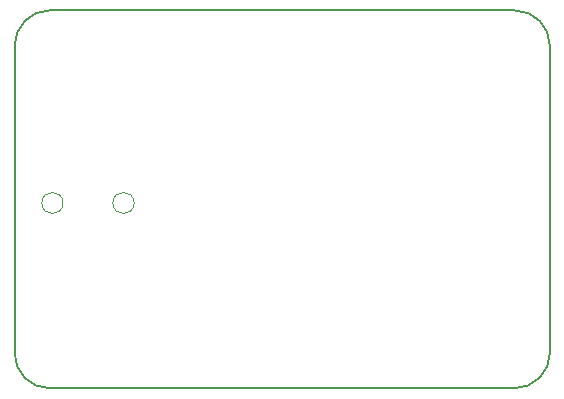
<source format=gm1>
G04 #@! TF.GenerationSoftware,KiCad,Pcbnew,8.0.4*
G04 #@! TF.CreationDate,2024-08-01T22:41:18+02:00*
G04 #@! TF.ProjectId,Headless TEF Audio board,48656164-6c65-4737-9320-544546204175,1*
G04 #@! TF.SameCoordinates,Original*
G04 #@! TF.FileFunction,Profile,NP*
%FSLAX46Y46*%
G04 Gerber Fmt 4.6, Leading zero omitted, Abs format (unit mm)*
G04 Created by KiCad (PCBNEW 8.0.4) date 2024-08-01 22:41:18*
%MOMM*%
%LPD*%
G01*
G04 APERTURE LIST*
G04 #@! TA.AperFunction,Profile*
%ADD10C,0.200000*%
G04 #@! TD*
G04 #@! TA.AperFunction,Profile*
%ADD11C,0.100000*%
G04 #@! TD*
G04 APERTURE END LIST*
D10*
X181212000Y-109778000D02*
X181212000Y-83774000D01*
X138832000Y-112778000D02*
X178202000Y-112778000D01*
X135892000Y-109778000D02*
X135892000Y-83774000D01*
X135892000Y-83774000D02*
G75*
G02*
X138892000Y-80774000I3000000J0D01*
G01*
X181212000Y-109778000D02*
G75*
G02*
X178202000Y-112778000I-3005000J5000D01*
G01*
X138832000Y-112778000D02*
G75*
G02*
X135892012Y-109778000I19400J2959600D01*
G01*
X178202000Y-80774000D02*
X138892000Y-80774000D01*
X178202000Y-80774000D02*
G75*
G02*
X181212000Y-83774000I5000J-3005000D01*
G01*
D11*
G04 #@! TO.C,J2*
X139992000Y-97085000D02*
G75*
G02*
X138192000Y-97085000I-900000J0D01*
G01*
X138192000Y-97085000D02*
G75*
G02*
X139992000Y-97085000I900000J0D01*
G01*
X146009000Y-97085000D02*
G75*
G02*
X144209000Y-97085000I-900000J0D01*
G01*
X144209000Y-97085000D02*
G75*
G02*
X146009000Y-97085000I900000J0D01*
G01*
G04 #@! TD*
M02*

</source>
